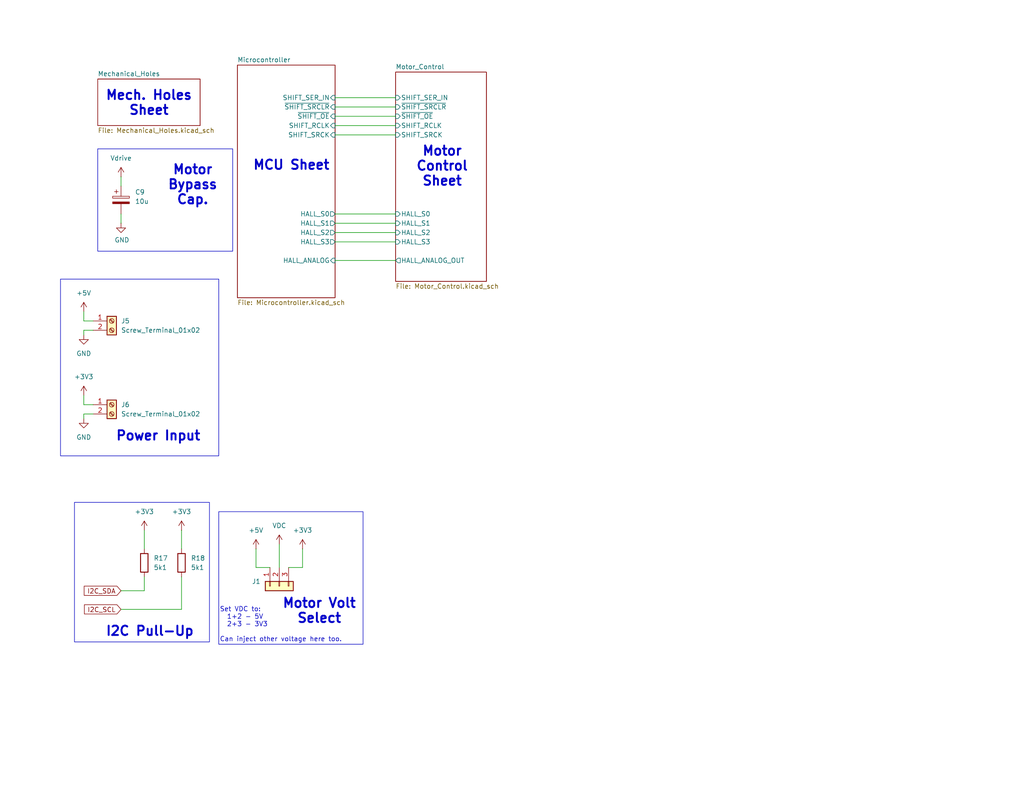
<source format=kicad_sch>
(kicad_sch (version 20231120) (generator "eeschema") (generator_version "8.0")
  (paper "USLetter")
  (lib_symbols
    (symbol "Connector:Screw_Terminal_01x02" (pin_names (offset 1.016) hide)
      (property "Reference" "J" (at 0 2.54 0))
      (property "Value" "Screw_Terminal_01x02" (at 0 -5.08 0))
      (symbol "Screw_Terminal_01x02_1_1"
        (rectangle (start -1.27 1.27) (end 1.27 -3.81) (stroke (width 0.254)) (fill (type background)))
        (circle (center 0 -2.54) (radius 0.635) (stroke (width 0.1524)))
        (polyline (pts (xy -0.5334 -2.2098) (xy 0.3302 -3.048)) (stroke (width 0.1524)))
        (polyline (pts (xy -0.5334 0.3302) (xy 0.3302 -0.508)) (stroke (width 0.1524)))
        (polyline (pts (xy -0.3556 -2.032) (xy 0.508 -2.8702)) (stroke (width 0.1524)))
        (polyline (pts (xy -0.3556 0.508) (xy 0.508 -0.3302)) (stroke (width 0.1524)))
        (circle (center 0 0) (radius 0.635) (stroke (width 0.1524)))
        (pin passive line (at -5.08 0 0) (length 3.81) (name "Pin_1") (number "1"))
        (pin passive line (at -5.08 -2.54 0) (length 3.81) (name "Pin_2") (number "2"))
      )
    )
    (symbol "Connector_Generic:Conn_01x03" (pin_names (offset 1.016) hide)
      (property "Reference" "J" (at 0 5.08 0))
      (property "Value" "Conn_01x03" (at 0 -5.08 0))
      (symbol "Conn_01x03_1_1"
        (rectangle (start -1.27 -2.413) (end 0 -2.667) (stroke (width 0.1524)))
        (rectangle (start -1.27 0.127) (end 0 -0.127) (stroke (width 0.1524)))
        (rectangle (start -1.27 2.667) (end 0 2.413) (stroke (width 0.1524)))
        (rectangle (start -1.27 3.81) (end 1.27 -3.81) (stroke (width 0.254)) (fill (type background)))
        (pin passive line (at -5.08 2.54 0) (length 3.81) (name "Pin_1") (number "1"))
        (pin passive line (at -5.08 0 0) (length 3.81) (name "Pin_2") (number "2"))
        (pin passive line (at -5.08 -2.54 0) (length 3.81) (name "Pin_3") (number "3"))
      )
    )
    (symbol "Device:C_Polarized" (pin_numbers hide) (pin_names (offset 0.254))
      (property "Reference" "C" (at 0.635 2.54 0))
      (property "Value" "C_Polarized" (at 0.635 -2.54 0))
      (symbol "C_Polarized_0_1"
        (rectangle (start -2.286 0.508) (end 2.286 1.016))
        (polyline (pts (xy -1.778 2.286) (xy -0.762 2.286)))
        (polyline (pts (xy -1.27 2.794) (xy -1.27 1.778)))
        (rectangle (start 2.286 -0.508) (end -2.286 -1.016) (fill (type outline)))
      )
      (symbol "C_Polarized_1_1"
        (pin passive line (at 0 3.81 270) (length 2.794) (name "~") (number "1"))
        (pin passive line (at 0 -3.81 90) (length 2.794) (name "~") (number "2"))
      )
    )
    (symbol "Device:R" (pin_numbers hide) (pin_names (offset 0))
      (property "Reference" "R" (at 2.032 0 90))
      (property "Value" "R" (at 0 0 90))
      (symbol "R_0_1"
        (rectangle (start -1.016 -2.54) (end 1.016 2.54) (stroke (width 0.254)))
      )
      (symbol "R_1_1"
        (pin passive line (at 0 3.81 270) (length 1.27) (name "~") (number "1"))
        (pin passive line (at 0 -3.81 90) (length 1.27) (name "~") (number "2"))
      )
    )
    (symbol "power:+3V3" (power) (pin_numbers hide) (pin_names (offset 0) hide)
      (property "Value" "+3V3" (at 0 3.556 0))
      (symbol "+3V3_0_1"
        (polyline (pts (xy -0.762 1.27) (xy 0 2.54)))
        (polyline (pts (xy 0 0) (xy 0 2.54)))
        (polyline (pts (xy 0 2.54) (xy 0.762 1.27)))
      )
      (symbol "+3V3_1_1"
        (pin power_in line (at 0 0 90) (length 0) (name "~") (number "1"))
      )
    )
    (symbol "power:+5V" (power) (pin_numbers hide) (pin_names (offset 0) hide)
      (property "Value" "+5V" (at 0 3.556 0))
      (symbol "+5V_0_1"
        (polyline (pts (xy -0.762 1.27) (xy 0 2.54)))
        (polyline (pts (xy 0 0) (xy 0 2.54)))
        (polyline (pts (xy 0 2.54) (xy 0.762 1.27)))
      )
      (symbol "+5V_1_1"
        (pin power_in line (at 0 0 90) (length 0) (name "~") (number "1"))
      )
    )
    (symbol "power:GND" (power) (pin_numbers hide) (pin_names (offset 0) hide)
      (property "Value" "GND" (at 0 -3.81 0))
      (symbol "GND_0_1"
        (polyline (pts (xy 0 0) (xy 0 -1.27) (xy 1.27 -1.27) (xy 0 -2.54) (xy -1.27 -1.27) (xy 0 -1.27)))
      )
      (symbol "GND_1_1"
        (pin power_in line (at 0 0 270) (length 0) (name "~") (number "1"))
      )
    )
    (symbol "power:VDC" (power) (pin_numbers hide) (pin_names (offset 0) hide)
      (property "Value" "VDC" (at 0 3.556 0))
      (symbol "VDC_0_1"
        (polyline (pts (xy -0.762 1.27) (xy 0 2.54)))
        (polyline (pts (xy 0 0) (xy 0 2.54)))
        (polyline (pts (xy 0 2.54) (xy 0.762 1.27)))
      )
      (symbol "VDC_1_1"
        (pin power_in line (at 0 0 90) (length 0) (name "~") (number "1"))
      )
    )
    (symbol "power:Vdrive" (power) (pin_numbers hide) (pin_names (offset 0) hide)
      (property "Value" "Vdrive" (at 0 3.556 0))
      (symbol "Vdrive_0_1"
        (polyline (pts (xy -0.762 1.27) (xy 0 2.54)))
        (polyline (pts (xy 0 0) (xy 0 2.54)))
        (polyline (pts (xy 0 2.54) (xy 0.762 1.27)))
      )
      (symbol "Vdrive_1_1"
        (pin power_in line (at 0 0 90) (length 0) (name "~") (number "1"))
      )
    )
  )
  (wire (pts (xy 22.86 91.44) (xy 22.86 90.17)))
  (wire (pts (xy 33.02 161.29) (xy 39.37 161.29)))
  (wire (pts (xy 91.44 58.42) (xy 107.95 58.42)))
  (wire (pts (xy 49.53 144.78) (xy 49.53 149.86)))
  (wire (pts (xy 91.44 71.12) (xy 107.95 71.12)))
  (wire (pts (xy 33.02 166.37) (xy 49.53 166.37)))
  (wire (pts (xy 22.86 114.3) (xy 22.86 113.03)))
  (wire (pts (xy 22.86 107.95) (xy 22.86 110.49)))
  (wire (pts (xy 91.44 63.5) (xy 107.95 63.5)))
  (wire (pts (xy 49.53 166.37) (xy 49.53 157.48)))
  (wire (pts (xy 91.44 60.96) (xy 107.95 60.96)))
  (wire (pts (xy 69.85 149.86) (xy 69.85 154.94)))
  (wire (pts (xy 22.86 85.09) (xy 22.86 87.63)))
  (wire (pts (xy 91.44 36.83) (xy 107.95 36.83)))
  (wire (pts (xy 91.44 66.04) (xy 107.95 66.04)))
  (wire (pts (xy 82.55 149.86) (xy 82.55 154.94)))
  (wire (pts (xy 22.86 90.17) (xy 25.4 90.17)))
  (wire (pts (xy 91.44 34.29) (xy 107.95 34.29)))
  (wire (pts (xy 69.85 154.94) (xy 73.66 154.94)))
  (wire (pts (xy 82.55 154.94) (xy 78.74 154.94)))
  (wire (pts (xy 39.37 161.29) (xy 39.37 157.48)))
  (wire (pts (xy 76.2 148.59) (xy 76.2 154.94)))
  (wire (pts (xy 91.44 31.75) (xy 107.95 31.75)))
  (wire (pts (xy 33.02 58.42) (xy 33.02 60.96)))
  (wire (pts (xy 22.86 110.49) (xy 25.4 110.49)))
  (wire (pts (xy 22.86 87.63) (xy 25.4 87.63)))
  (wire (pts (xy 39.37 144.78) (xy 39.37 149.86)))
  (wire (pts (xy 91.44 29.21) (xy 107.95 29.21)))
  (wire (pts (xy 91.44 26.67) (xy 107.95 26.67)))
  (wire (pts (xy 22.86 113.03) (xy 25.4 113.03)))
  (wire (pts (xy 33.02 48.26) (xy 33.02 50.8)))
  (rectangle (start 59.69 139.7) (end 99.06 175.895))
  (rectangle (start 16.51 76.2) (end 59.69 124.46))
  (rectangle (start 20.32 137.16) (end 57.15 175.26))
  (rectangle (start 26.67 40.64) (end 63.5 68.58))
  (text "Motor Volt\nSelect" (at 87.122 166.878 0) (effects (font (size 2.54 2.54) (thickness 0.508) (bold yes))))
  (text "Motor\nBypass\nCap." (at 52.578 50.546 0) (effects (font (size 2.54 2.54) (thickness 0.508) (bold yes))))
  (text "Mech. Holes\nSheet" (at 40.64 28.194 0) (effects (font (size 2.54 2.54) (thickness 0.508) (bold yes))))
  (text "I2C Pull-Up" (at 40.894 172.466 0) (effects (font (size 2.54 2.54) (thickness 0.508) (bold yes))))
  (text "Set VDC to:\n  1+2 - 5V\n  2+3 - 3V3\n\nCan inject other voltage here too." (at 59.944 170.561 0) (effects (font (size 1.27 1.27)) (justify left)))
  (text "MCU Sheet" (at 79.502 45.212 0) (effects (font (size 2.54 2.54) (thickness 0.508) (bold yes))))
  (text "Power Input" (at 43.18 119.126 0) (effects (font (size 2.54 2.54) (thickness 0.508) (bold yes))))
  (text "Motor\nControl\nSheet" (at 120.65 45.466 0) (effects (font (size 2.54 2.54) (thickness 0.508) (bold yes))))
  (global_label "I2C_SCL" (shape input) (at 33.02 166.37 180) (property "Intersheetrefs" "${INTERSHEET_REFS}" (effects (hide yes))))
  (global_label "I2C_SDA" (shape input) (at 33.02 161.29 180) (property "Intersheetrefs" "${INTERSHEET_REFS}" (effects (hide yes))))
  (symbol (lib_id "power:+5V") (at 22.86 85.09 0) (mirror y) (unit 1)
    (property "Reference" "#PWR020" (effects (hide yes)))
    (property "Value" "+5V" (at 22.86 80.01 0))
    (property "Description" "Power symbol creates a global label with name \"+5V\"" (effects (hide yes)))
  )
  (symbol (lib_id "power:GND") (at 22.86 114.3 0) (unit 1)
    (property "Reference" "#PWR024" (effects (hide yes)))
    (property "Value" "GND" (at 22.86 119.38 0))
    (property "Description" "Power symbol creates a global label with name \"GND\" , ground" (effects (hide yes)))
  )
  (symbol (lib_id "Connector_Generic:Conn_01x03") (at 76.2 160.02 90) (mirror x) (unit 1)
    (property "Reference" "J1" (at 71.12 158.7499 90) (effects (justify left)))
    (property "Value" "Conn_01x03" (effects (hide yes)))
    (property "Footprint" "Connector_PinHeader_2.54mm:PinHeader_1x03_P2.54mm_Vertical" (effects (hide yes)))
    (property "Description" "Generic connector, single row, 01x03, script generated (kicad-library-utils/schlib/autogen/connector/)" (effects (hide yes)))
  )
  (symbol (lib_id "power:+5V") (at 69.85 149.86 0) (mirror y) (unit 1)
    (property "Reference" "#PWR019" (effects (hide yes)))
    (property "Value" "+5V" (at 69.85 144.78 0))
    (property "Description" "Power symbol creates a global label with name \"+5V\"" (effects (hide yes)))
  )
  (symbol (lib_id "power:+3V3") (at 22.86 107.95 0) (unit 1)
    (property "Reference" "#PWR023" (effects (hide yes)))
    (property "Value" "+3V3" (at 22.86 102.87 0))
    (property "Description" "Power symbol creates a global label with name \"+3V3\"" (effects (hide yes)))
  )
  (symbol (lib_id "Connector:Screw_Terminal_01x02") (at 30.48 87.63 0) (unit 1)
    (property "Reference" "J5" (at 33.02 87.6299 0) (effects (justify left)))
    (property "Value" "Screw_Terminal_01x02" (at 33.02 90.1699 0) (effects (justify left)))
    (property "Footprint" "TerminalBlock:TerminalBlock_bornier-2_P5.08mm" (effects (hide yes)))
    (property "Description" "Generic screw terminal, single row, 01x02, script generated (kicad-library-utils/schlib/autogen/connector/)" (effects (hide yes)))
  )
  (symbol (lib_id "Device:R") (at 49.53 153.67 0) (unit 1)
    (property "Reference" "R18" (at 52.07 152.3999 0) (effects (justify left)))
    (property "Value" "5k1" (at 52.07 154.9399 0) (effects (justify left)))
    (property "Footprint" "Resistor_SMD:R_0603_1608Metric_Pad0.98x0.95mm_HandSolder" (effects (hide yes)))
    (property "Description" "Resistor" (effects (hide yes)))
  )
  (symbol (lib_id "Device:C_Polarized") (at 33.02 54.61 0) (unit 1)
    (property "Reference" "C9" (at 36.83 52.4509 0) (effects (justify left)))
    (property "Value" "10u" (at 36.83 54.9909 0) (effects (justify left)))
    (property "Footprint" "Capacitor_THT:CP_Radial_D6.3mm_P2.50mm" (effects (hide yes)))
    (property "Description" "Polarized capacitor" (effects (hide yes)))
  )
  (symbol (lib_id "power:+3V3") (at 82.55 149.86 0) (unit 1)
    (property "Reference" "#PWR01" (effects (hide yes)))
    (property "Value" "+3V3" (at 82.55 144.78 0))
    (property "Description" "Power symbol creates a global label with name \"+3V3\"" (effects (hide yes)))
  )
  (symbol (lib_id "power:VDC") (at 76.2 148.59 0) (unit 1)
    (property "Reference" "#PWR025" (effects (hide yes)))
    (property "Value" "VDC" (at 76.2 143.51 0))
    (property "Description" "Power symbol creates a global label with name \"VDC\"" (effects (hide yes)))
  )
  (symbol (lib_id "power:Vdrive") (at 33.02 48.26 0) (unit 1)
    (property "Reference" "#PWR055" (effects (hide yes)))
    (property "Value" "Vdrive" (at 33.02 43.18 0))
    (property "Description" "Power symbol creates a global label with name \"Vdrive\"" (effects (hide yes)))
  )
  (symbol (lib_id "power:GND") (at 33.02 60.96 0) (unit 1)
    (property "Reference" "#PWR056" (effects (hide yes)))
    (property "Value" "GND" (at 33.274 65.532 0))
    (property "Description" "Power symbol creates a global label with name \"GND\" , ground" (effects (hide yes)))
  )
  (symbol (lib_id "Connector:Screw_Terminal_01x02") (at 30.48 110.49 0) (unit 1)
    (property "Reference" "J6" (at 33.02 110.4899 0) (effects (justify left)))
    (property "Value" "Screw_Terminal_01x02" (at 33.02 113.0299 0) (effects (justify left)))
    (property "Footprint" "TerminalBlock:TerminalBlock_bornier-2_P5.08mm" (effects (hide yes)))
    (property "Description" "Generic screw terminal, single row, 01x02, script generated (kicad-library-utils/schlib/autogen/connector/)" (effects (hide yes)))
  )
  (symbol (lib_id "power:+3V3") (at 49.53 144.78 0) (unit 1)
    (property "Reference" "#PWR054" (effects (hide yes)))
    (property "Value" "+3V3" (at 49.53 139.7 0))
    (property "Description" "Power symbol creates a global label with name \"+3V3\"" (effects (hide yes)))
  )
  (symbol (lib_id "power:GND") (at 22.86 91.44 0) (unit 1)
    (property "Reference" "#PWR022" (effects (hide yes)))
    (property "Value" "GND" (at 22.86 96.52 0))
    (property "Description" "Power symbol creates a global label with name \"GND\" , ground" (effects (hide yes)))
  )
  (symbol (lib_id "power:+3V3") (at 39.37 144.78 0) (unit 1)
    (property "Reference" "#PWR053" (effects (hide yes)))
    (property "Value" "+3V3" (at 39.37 139.7 0))
    (property "Description" "Power symbol creates a global label with name \"+3V3\"" (effects (hide yes)))
  )
  (symbol (lib_id "Device:R") (at 39.37 153.67 0) (unit 1)
    (property "Reference" "R17" (at 41.91 152.3999 0) (effects (justify left)))
    (property "Value" "5k1" (at 41.91 154.9399 0) (effects (justify left)))
    (property "Footprint" "Resistor_SMD:R_0603_1608Metric_Pad0.98x0.95mm_HandSolder" (effects (hide yes)))
    (property "Description" "Resistor" (effects (hide yes)))
  )
  (sheet (at 107.95 19.685) (size 24.765 57.15) (stroke (width 0.1524))
    (property "Sheetname" "Motor_Control" (at 107.95 18.9734 0) (effects (justify left bottom)))
    (property "Sheetfile" "Motor_Control.kicad_sch" (at 107.95 77.4196 0) (effects (justify left top)))
    (pin "SHIFT_SER_IN" input (at 107.95 26.67 180))
    (pin "~{SHIFT_SRCLR}" input (at 107.95 29.21 180))
    (pin "SHIFT_SRCK" input (at 107.95 36.83 180))
    (pin "SHIFT_RCLK" input (at 107.95 34.29 180))
    (pin "~{SHIFT_OE}" input (at 107.95 31.75 180))
    (pin "HALL_S1" input (at 107.95 60.96 180))
    (pin "HALL_S2" input (at 107.95 63.5 180))
    (pin "HALL_S3" input (at 107.95 66.04 180))
    (pin "HALL_ANALOG_OUT" output (at 107.95 71.12 180))
    (pin "HALL_S0" input (at 107.95 58.42 180))
  )
  (sheet (at 26.67 21.59) (size 27.94 12.7) (stroke (width 0.1524))
    (property "Sheetname" "Mechanical_Holes" (at 26.67 20.8784 0) (effects (justify left bottom)))
    (property "Sheetfile" "Mechanical_Holes.kicad_sch" (at 26.67 34.8746 0) (effects (justify left top)))
  )
  (sheet (at 64.77 17.78) (size 26.67 63.5) (stroke (width 0.1524))
    (property "Sheetname" "Microcontroller" (at 64.77 17.0684 0) (effects (justify left bottom)))
    (property "Sheetfile" "Microcontroller.kicad_sch" (at 64.77 81.8646 0) (effects (justify left top)))
    (pin "SHIFT_SER_IN" input (at 91.44 26.67 0))
    (pin "~{SHIFT_SRCLR}" input (at 91.44 29.21 0))
    (pin "~{SHIFT_OE}" input (at 91.44 31.75 0))
    (pin "SHIFT_RCLK" input (at 91.44 34.29 0))
    (pin "SHIFT_SRCK" input (at 91.44 36.83 0))
    (pin "HALL_S1" output (at 91.44 60.96 0))
    (pin "HALL_S2" output (at 91.44 63.5 0))
    (pin "HALL_S3" output (at 91.44 66.04 0))
    (pin "HALL_S0" output (at 91.44 58.42 0))
    (pin "HALL_ANALOG" input (at 91.44 71.12 0))
  )
)
</source>
